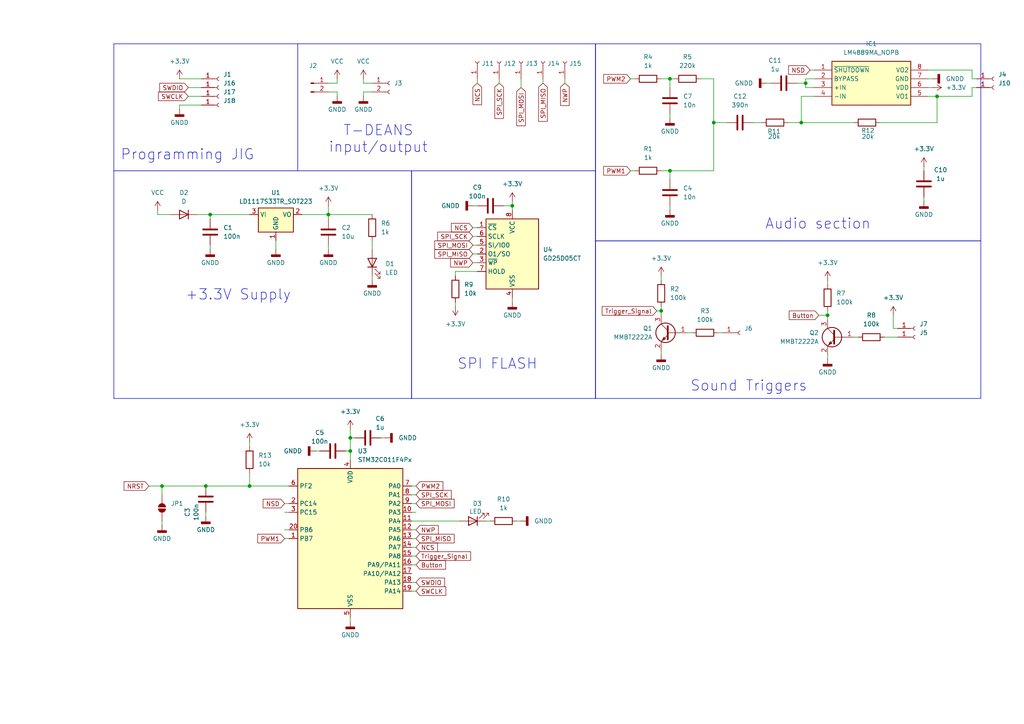
<source format=kicad_sch>
(kicad_sch (version 20250114) (generator "eeschema") (generator_version "9.0")
  (paper "A4")
  (lib_symbols
    (symbol "Connector:Conn_01x01_Socket" (pin_names (offset 1.016) (hide yes))
      (property "Reference" "J" (at 0 2.54 0))
      (property "Value" "Conn_01x01_Socket" (at 0 -2.54 0))
      (symbol "Conn_01x01_Socket_1_1"
        (polyline (pts (xy -1.27 0) (xy -0.508 0)) (stroke (width 0.1524)))
        (arc (start 0 -0.508) (mid -0.5058 0) (end 0 0.508) (stroke (width 0.1524)))
        (pin passive line (at -5.08 0 0) (length 3.81) (name "Pin_1") (number "1"))
      )
    )
    (symbol "Connector:Conn_01x02_Pin" (pin_names (offset 1.016) (hide yes))
      (property "Reference" "J" (at 0 2.54 0))
      (property "Value" "Conn_01x02_Pin" (at 0 -5.08 0))
      (symbol "Conn_01x02_Pin_1_1"
        (rectangle (start 0.8636 0.127) (end 0 -0.127) (stroke (width 0.1524)) (fill (type outline)))
        (rectangle (start 0.8636 -2.413) (end 0 -2.667) (stroke (width 0.1524)) (fill (type outline)))
        (polyline (pts (xy 1.27 0) (xy 0.8636 0)) (stroke (width 0.1524)))
        (polyline (pts (xy 1.27 -2.54) (xy 0.8636 -2.54)) (stroke (width 0.1524)))
        (pin passive line (at 5.08 0 180) (length 3.81) (name "Pin_1") (number "1"))
        (pin passive line (at 5.08 -2.54 180) (length 3.81) (name "Pin_2") (number "2"))
      )
    )
    (symbol "Connector:Conn_01x02_Socket" (pin_names (offset 1.016) (hide yes))
      (property "Reference" "J" (at 0 2.54 0))
      (property "Value" "Conn_01x02_Socket" (at 0 -5.08 0))
      (symbol "Conn_01x02_Socket_1_1"
        (polyline (pts (xy -1.27 0) (xy -0.508 0)) (stroke (width 0.1524)))
        (polyline (pts (xy -1.27 -2.54) (xy -0.508 -2.54)) (stroke (width 0.1524)))
        (arc (start 0 -0.508) (mid -0.5058 0) (end 0 0.508) (stroke (width 0.1524)))
        (arc (start 0 -3.048) (mid -0.5058 -2.54) (end 0 -2.032) (stroke (width 0.1524)))
        (pin passive line (at -5.08 0 0) (length 3.81) (name "Pin_1") (number "1"))
        (pin passive line (at -5.08 -2.54 0) (length 3.81) (name "Pin_2") (number "2"))
      )
    )
    (symbol "Device:C" (pin_numbers (hide yes)) (pin_names (offset 0.254))
      (property "Reference" "C" (at 0.635 2.54 0))
      (property "Value" "C" (at 0.635 -2.54 0))
      (symbol "C_0_1"
        (polyline (pts (xy -2.032 0.762) (xy 2.032 0.762)) (stroke (width 0.508)))
        (polyline (pts (xy -2.032 -0.762) (xy 2.032 -0.762)) (stroke (width 0.508)))
      )
      (symbol "C_1_1"
        (pin passive line (at 0 3.81 270) (length 2.794) (name "~") (number "1"))
        (pin passive line (at 0 -3.81 90) (length 2.794) (name "~") (number "2"))
      )
    )
    (symbol "Device:D" (pin_numbers (hide yes)) (pin_names (offset 1.016) (hide yes))
      (property "Reference" "D" (at 0 2.54 0))
      (property "Value" "D" (at 0 -2.54 0))
      (symbol "D_0_1"
        (polyline (pts (xy -1.27 1.27) (xy -1.27 -1.27)) (stroke (width 0.254)))
        (polyline (pts (xy 1.27 1.27) (xy 1.27 -1.27) (xy -1.27 0) (xy 1.27 1.27)) (stroke (width 0.254)))
        (polyline (pts (xy 1.27 0) (xy -1.27 0)))
      )
      (symbol "D_1_1"
        (pin passive line (at -3.81 0 0) (length 2.54) (name "K") (number "1"))
        (pin passive line (at 3.81 0 180) (length 2.54) (name "A") (number "2"))
      )
    )
    (symbol "Device:LED" (pin_numbers (hide yes)) (pin_names (offset 1.016) (hide yes))
      (property "Reference" "D" (at 0 2.54 0))
      (property "Value" "LED" (at 0 -2.54 0))
      (symbol "LED_0_1"
        (polyline (pts (xy -3.048 -0.762) (xy -4.572 -2.286) (xy -3.81 -2.286) (xy -4.572 -2.286) (xy -4.572 -1.524)))
        (polyline (pts (xy -1.778 -0.762) (xy -3.302 -2.286) (xy -2.54 -2.286) (xy -3.302 -2.286) (xy -3.302 -1.524)))
        (polyline (pts (xy -1.27 0) (xy 1.27 0)))
        (polyline (pts (xy -1.27 -1.27) (xy -1.27 1.27)) (stroke (width 0.254)))
        (polyline (pts (xy 1.27 -1.27) (xy 1.27 1.27) (xy -1.27 0) (xy 1.27 -1.27)) (stroke (width 0.254)))
      )
      (symbol "LED_1_1"
        (pin passive line (at -3.81 0 0) (length 2.54) (name "K") (number "1"))
        (pin passive line (at 3.81 0 180) (length 2.54) (name "A") (number "2"))
      )
    )
    (symbol "Device:R" (pin_numbers (hide yes)) (pin_names (offset 0))
      (property "Reference" "R" (at 2.032 0 90))
      (property "Value" "R" (at 0 0 90))
      (symbol "R_0_1"
        (rectangle (start -1.016 -2.54) (end 1.016 2.54) (stroke (width 0.254)))
      )
      (symbol "R_1_1"
        (pin passive line (at 0 3.81 270) (length 1.27) (name "~") (number "1"))
        (pin passive line (at 0 -3.81 90) (length 1.27) (name "~") (number "2"))
      )
    )
    (symbol "Jumper:SolderJumper_2_Open" (pin_numbers (hide yes)) (pin_names (offset 0) (hide yes)) (in_bom no)
      (property "Reference" "JP" (at 0 2.032 0))
      (property "Value" "SolderJumper_2_Open" (at 0 -2.54 0))
      (symbol "SolderJumper_2_Open_0_1"
        (polyline (pts (xy -0.254 1.016) (xy -0.254 -1.016)))
        (arc (start -0.254 -1.016) (mid -1.2656 0) (end -0.254 1.016))
        (arc (start -0.254 -1.016) (mid -1.2656 0) (end -0.254 1.016) (fill (type outline)))
        (arc (start 0.254 1.016) (mid 1.2656 0) (end 0.254 -1.016))
        (arc (start 0.254 1.016) (mid 1.2656 0) (end 0.254 -1.016) (fill (type outline)))
        (polyline (pts (xy 0.254 1.016) (xy 0.254 -1.016)))
      )
      (symbol "SolderJumper_2_Open_1_1"
        (pin passive line (at -3.81 0 0) (length 2.54) (name "A") (number "1"))
        (pin passive line (at 3.81 0 180) (length 2.54) (name "B") (number "2"))
      )
    )
    (symbol "LM4889MA_NOPB:LM4889MA_NOPB"
      (property "Reference" "IC" (at 29.21 7.62 0))
      (property "Value" "LM4889MA_NOPB" (at 29.21 5.08 0))
      (symbol "LM4889MA_NOPB_1_1"
        (rectangle (start 5.08 2.54) (end 27.94 -10.16) (stroke (width 0.254)) (fill (type background)))
        (pin passive line (at 0 0 0) (length 5.08) (name "~{SHUTDOWN}") (number "1"))
        (pin passive line (at 0 -2.54 0) (length 5.08) (name "BYPASS") (number "2"))
        (pin passive line (at 0 -5.08 0) (length 5.08) (name "+IN") (number "3"))
        (pin passive line (at 0 -7.62 0) (length 5.08) (name "-IN") (number "4"))
        (pin passive line (at 33.02 0 180) (length 5.08) (name "VO2") (number "8"))
        (pin passive line (at 33.02 -2.54 180) (length 5.08) (name "GND") (number "7"))
        (pin passive line (at 33.02 -5.08 180) (length 5.08) (name "VDD") (number "6"))
        (pin passive line (at 33.02 -7.62 180) (length 5.08) (name "VO1") (number "5"))
      )
    )
    (symbol "MCU_ST_STM32C0:STM32C011F4Px"
      (property "Reference" "U" (at -15.24 21.59 0))
      (property "Value" "STM32C011F4Px" (at 2.54 21.59 0))
      (symbol "STM32C011F4Px_0_1"
        (rectangle (start -15.24 -20.32) (end 15.24 20.32) (stroke (width 0.254)) (fill (type background)))
      )
      (symbol "STM32C011F4Px_1_1"
        (pin bidirectional line (at -17.78 15.24 0) (length 2.54) (name "PF2") (number "6"))
        (pin bidirectional line (at -17.78 10.16 0) (length 2.54) (name "PC14") (number "2"))
        (pin bidirectional line (at -17.78 7.62 0) (length 2.54) (name "PC15") (number "3"))
        (pin bidirectional line (at -17.78 2.54 0) (length 2.54) (name "PB6") (number "20"))
        (pin bidirectional line (at -17.78 0 0) (length 2.54) (name "PB7") (number "1"))
        (pin power_in line (at 0 22.86 270) (length 2.54) (name "VDD") (number "4"))
        (pin power_in line (at 0 -22.86 90) (length 2.54) (name "VSS") (number "5"))
        (pin bidirectional line (at 17.78 15.24 180) (length 2.54) (name "PA0") (number "7"))
        (pin bidirectional line (at 17.78 12.7 180) (length 2.54) (name "PA1") (number "8"))
        (pin bidirectional line (at 17.78 10.16 180) (length 2.54) (name "PA2") (number "9"))
        (pin bidirectional line (at 17.78 7.62 180) (length 2.54) (name "PA3") (number "10"))
        (pin bidirectional line (at 17.78 5.08 180) (length 2.54) (name "PA4") (number "11"))
        (pin bidirectional line (at 17.78 2.54 180) (length 2.54) (name "PA5") (number "12"))
        (pin bidirectional line (at 17.78 0 180) (length 2.54) (name "PA6") (number "13"))
        (pin bidirectional line (at 17.78 -2.54 180) (length 2.54) (name "PA7") (number "14"))
        (pin bidirectional line (at 17.78 -5.08 180) (length 2.54) (name "PA8") (number "15"))
        (pin bidirectional line (at 17.78 -7.62 180) (length 2.54) (name "PA9/PA11") (number "16"))
        (pin bidirectional line (at 17.78 -10.16 180) (length 2.54) (name "PA10/PA12") (number "17"))
        (pin bidirectional line (at 17.78 -12.7 180) (length 2.54) (name "PA13") (number "18"))
        (pin bidirectional line (at 17.78 -15.24 180) (length 2.54) (name "PA14") (number "19"))
      )
    )
    (symbol "Memory_Flash:GD25D05CT"
      (property "Reference" "U4" (at 8.89 1.2701 0))
      (property "Value" "GD25D05CT" (at 8.89 -1.2699 0))
      (symbol "GD25D05CT_0_1"
        (rectangle (start -7.62 10.16) (end 7.62 -10.16) (stroke (width 0.254)) (fill (type background)))
      )
      (symbol "GD25D05CT_1_1"
        (pin input line (at -10.16 7.62 0) (length 2.54) (name "~{CS}") (number "1"))
        (pin input line (at -10.16 5.08 0) (length 2.54) (name "SCLK") (number "6"))
        (pin bidirectional line (at -10.16 2.54 0) (length 2.54) (name "SI/IO0") (number "5"))
        (pin output line (at -10.16 0 0) (length 2.54) (name "O1/SO") (number "2"))
        (pin input line (at -10.16 -2.54 0) (length 2.54) (name "~{WP}") (number "3"))
        (pin input line (at -10.16 -5.08 0) (length 2.54) (name "HOLD") (number "7"))
        (pin power_in line (at 0 12.7 270) (length 2.54) (name "VCC") (number "8"))
        (pin power_in line (at 0 -12.7 90) (length 2.54) (name "VSS") (number "4"))
      )
    )
    (symbol "Regulator_Linear:LD1117S33TR_SOT223"
      (property "Reference" "U" (at -3.81 3.175 0))
      (property "Value" "LD1117S33TR_SOT223" (at 0 3.175 0))
      (symbol "LD1117S33TR_SOT223_0_1"
        (rectangle (start -5.08 -5.08) (end 5.08 1.905) (stroke (width 0.254)) (fill (type background)))
      )
      (symbol "LD1117S33TR_SOT223_1_1"
        (pin power_in line (at -7.62 0 0) (length 2.54) (name "VI") (number "3"))
        (pin power_in line (at 0 -7.62 90) (length 2.54) (name "GND") (number "1"))
        (pin power_out line (at 7.62 0 180) (length 2.54) (name "VO") (number "2"))
      )
    )
    (symbol "Transistor_BJT:MMBT2222A" (pin_names (offset 0) (hide yes))
      (property "Reference" "Q" (at 5.08 1.905 0))
      (property "Value" "MMBT2222A" (at 5.08 0 0))
      (symbol "MMBT2222A_0_1"
        (polyline (pts (xy -2.54 0) (xy 0.635 0)))
        (polyline (pts (xy 0.635 1.905) (xy 0.635 -1.905)) (stroke (width 0.508)))
        (circle (center 1.27 0) (radius 2.8194) (stroke (width 0.254)))
      )
      (symbol "MMBT2222A_1_1"
        (polyline (pts (xy 0.635 0.635) (xy 2.54 2.54)))
        (polyline (pts (xy 0.635 -0.635) (xy 2.54 -2.54)))
        (polyline (pts (xy 1.27 -1.778) (xy 1.778 -1.27) (xy 2.286 -2.286) (xy 1.27 -1.778)) (fill (type outline)))
        (pin input line (at -5.08 0 0) (length 2.54) (name "B") (number "1"))
        (pin passive line (at 2.54 5.08 270) (length 2.54) (name "C") (number "3"))
        (pin passive line (at 2.54 -5.08 90) (length 2.54) (name "E") (number "2"))
      )
    )
    (symbol "power:+3.3V" (power) (pin_numbers (hide yes)) (pin_names (offset 0) (hide yes))
      (property "Value" "+3.3V" (at 0 3.556 0))
      (symbol "+3.3V_0_1"
        (polyline (pts (xy -0.762 1.27) (xy 0 2.54)))
        (polyline (pts (xy 0 2.54) (xy 0.762 1.27)))
        (polyline (pts (xy 0 0) (xy 0 2.54)))
      )
      (symbol "+3.3V_1_1"
        (pin power_in line (at 0 0 90) (length 0) (name "~") (number "1"))
      )
    )
    (symbol "power:GNDD" (power) (pin_numbers (hide yes)) (pin_names (offset 0) (hide yes))
      (property "Value" "GNDD" (at 0 -3.175 0))
      (symbol "GNDD_0_1"
        (rectangle (start -1.27 -1.524) (end 1.27 -2.032) (stroke (width 0.254)) (fill (type outline)))
        (polyline (pts (xy 0 0) (xy 0 -1.524)))
      )
      (symbol "GNDD_1_1"
        (pin power_in line (at 0 0 270) (length 0) (name "~") (number "1"))
      )
    )
    (symbol "power:VCC" (power) (pin_numbers (hide yes)) (pin_names (offset 0) (hide yes))
      (property "Value" "VCC" (at 0 3.556 0))
      (symbol "VCC_0_1"
        (polyline (pts (xy -0.762 1.27) (xy 0 2.54)))
        (polyline (pts (xy 0 2.54) (xy 0.762 1.27)))
        (polyline (pts (xy 0 0) (xy 0 2.54)))
      )
      (symbol "VCC_1_1"
        (pin power_in line (at 0 0 90) (length 0) (name "~") (number "1"))
      )
    )
  )
  (rectangle (start 119.38 49.53) (end 172.72 115.57))
  (rectangle (start 86.36 12.7) (end 172.72 49.53))
  (rectangle (start 172.72 12.7) (end 284.48 69.85))
  (rectangle (start 172.72 69.85) (end 284.48 115.57))
  (rectangle (start 33.02 12.7) (end 86.36 49.53))
  (rectangle (start 33.02 49.53) (end 119.38 115.57))
  (text "SPI FLASH" (at 144.272 105.664 0) (effects (font (size 3 3))))
  (text "Programming JIG" (at 54.356 44.958 0) (effects (font (size 3 3))))
  (text "Audio section" (at 237.236 65.024 0) (effects (font (size 3 3))))
  (text "+3.3V Supply" (at 69.088 85.598 0) (effects (font (size 3 3))))
  (text "Sound Triggers" (at 217.17 112.014 0) (effects (font (size 3 3))))
  (text "T-DEANS\ninput/output\n" (at 109.728 40.386 0) (effects (font (size 3 3))))
  (junction (at 240.03 91.44))
  (junction (at 191.77 90.17))
  (junction (at 232.41 35.56))
  (junction (at 59.69 140.97))
  (junction (at 101.6 130.81))
  (junction (at 95.25 62.23))
  (junction (at 233.68 24.13))
  (junction (at 101.6 127))
  (junction (at 72.39 140.97))
  (junction (at 194.31 49.53))
  (junction (at 148.59 59.69))
  (junction (at 271.78 27.94))
  (junction (at 194.31 22.86))
  (junction (at 46.99 140.97))
  (junction (at 60.96 62.23))
  (junction (at 207.01 35.56))
  (wire (pts (xy 234.95 20.32) (xy 236.22 20.32)))
  (wire (pts (xy 267.97 48.26) (xy 267.97 49.53)))
  (wire (pts (xy 43.18 140.97) (xy 46.99 140.97)))
  (wire (pts (xy 45.72 62.23) (xy 49.53 62.23)))
  (wire (pts (xy 111.76 127) (xy 110.49 127)))
  (wire (pts (xy 208.28 96.52) (xy 209.55 96.52)))
  (wire (pts (xy 194.31 22.86) (xy 194.31 25.4)))
  (wire (pts (xy 101.6 130.81) (xy 101.6 133.35)))
  (wire (pts (xy 271.78 27.94) (xy 271.78 35.56)))
  (wire (pts (xy 149.86 151.13) (xy 151.13 151.13)))
  (wire (pts (xy 119.38 146.05) (xy 120.65 146.05)))
  (wire (pts (xy 101.6 179.07) (xy 101.6 180.34)))
  (wire (pts (xy 191.77 101.6) (xy 191.77 102.87)))
  (wire (pts (xy 232.41 27.94) (xy 232.41 35.56)))
  (wire (pts (xy 60.96 71.12) (xy 60.96 72.39)))
  (wire (pts (xy 97.79 26.67) (xy 97.79 27.94)))
  (wire (pts (xy 240.03 90.17) (xy 240.03 91.44)))
  (wire (pts (xy 132.08 87.63) (xy 132.08 88.9)))
  (wire (pts (xy 54.61 25.4) (xy 58.42 25.4)))
  (wire (pts (xy 203.2 22.86) (xy 207.01 22.86)))
  (wire (pts (xy 95.25 59.69) (xy 95.25 62.23)))
  (wire (pts (xy 194.31 33.02) (xy 194.31 34.29)))
  (wire (pts (xy 105.41 24.13) (xy 107.95 24.13)))
  (wire (pts (xy 137.16 68.58) (xy 138.43 68.58)))
  (wire (pts (xy 95.25 62.23) (xy 95.25 63.5)))
  (wire (pts (xy 182.88 49.53) (xy 184.15 49.53)))
  (wire (pts (xy 269.24 22.86) (xy 270.51 22.86)))
  (wire (pts (xy 259.08 91.44) (xy 259.08 95.25)))
  (wire (pts (xy 228.6 35.56) (xy 232.41 35.56)))
  (wire (pts (xy 194.31 49.53) (xy 194.31 52.07)))
  (wire (pts (xy 46.99 140.97) (xy 46.99 143.51)))
  (wire (pts (xy 52.07 22.86) (xy 58.42 22.86)))
  (wire (pts (xy 146.05 59.69) (xy 148.59 59.69)))
  (wire (pts (xy 240.03 102.87) (xy 240.03 104.14)))
  (wire (pts (xy 59.69 148.59) (xy 59.69 149.86)))
  (wire (pts (xy 102.87 127) (xy 101.6 127)))
  (wire (pts (xy 148.59 58.42) (xy 148.59 59.69)))
  (wire (pts (xy 247.65 97.79) (xy 248.92 97.79)))
  (wire (pts (xy 233.68 22.86) (xy 236.22 22.86)))
  (wire (pts (xy 267.97 57.15) (xy 267.97 58.42)))
  (wire (pts (xy 271.78 27.94) (xy 281.94 27.94)))
  (wire (pts (xy 232.41 35.56) (xy 247.65 35.56)))
  (wire (pts (xy 231.14 24.13) (xy 233.68 24.13)))
  (wire (pts (xy 233.68 25.4) (xy 233.68 24.13)))
  (wire (pts (xy 222.25 24.13) (xy 223.52 24.13)))
  (wire (pts (xy 269.24 20.32) (xy 281.94 20.32)))
  (wire (pts (xy 59.69 140.97) (xy 72.39 140.97)))
  (wire (pts (xy 101.6 127) (xy 101.6 130.81)))
  (wire (pts (xy 60.96 63.5) (xy 60.96 62.23)))
  (wire (pts (xy 72.39 128.27) (xy 72.39 129.54)))
  (wire (pts (xy 194.31 22.86) (xy 195.58 22.86)))
  (wire (pts (xy 148.59 59.69) (xy 148.59 60.96)))
  (wire (pts (xy 105.41 26.67) (xy 105.41 27.94)))
  (wire (pts (xy 194.31 22.86) (xy 191.77 22.86)))
  (wire (pts (xy 45.72 60.96) (xy 45.72 62.23)))
  (wire (pts (xy 151.13 22.86) (xy 151.13 25.4)))
  (wire (pts (xy 119.38 161.29) (xy 120.65 161.29)))
  (wire (pts (xy 107.95 69.85) (xy 107.95 72.39)))
  (wire (pts (xy 137.16 59.69) (xy 138.43 59.69)))
  (wire (pts (xy 132.08 80.01) (xy 132.08 78.74)))
  (wire (pts (xy 259.08 95.25) (xy 260.35 95.25)))
  (wire (pts (xy 119.38 156.21) (xy 120.65 156.21)))
  (wire (pts (xy 256.54 97.79) (xy 260.35 97.79)))
  (wire (pts (xy 95.25 71.12) (xy 95.25 72.39)))
  (wire (pts (xy 140.97 151.13) (xy 142.24 151.13)))
  (wire (pts (xy 82.55 153.67) (xy 83.82 153.67)))
  (wire (pts (xy 107.95 26.67) (xy 105.41 26.67)))
  (wire (pts (xy 72.39 140.97) (xy 83.82 140.97)))
  (wire (pts (xy 255.27 35.56) (xy 271.78 35.56)))
  (wire (pts (xy 148.59 86.36) (xy 148.59 87.63)))
  (wire (pts (xy 52.07 30.48) (xy 58.42 30.48)))
  (wire (pts (xy 232.41 27.94) (xy 236.22 27.94)))
  (wire (pts (xy 236.22 25.4) (xy 233.68 25.4)))
  (wire (pts (xy 199.39 96.52) (xy 200.66 96.52)))
  (wire (pts (xy 119.38 168.91) (xy 120.65 168.91)))
  (wire (pts (xy 119.38 151.13) (xy 133.35 151.13)))
  (wire (pts (xy 269.24 27.94) (xy 271.78 27.94)))
  (wire (pts (xy 119.38 153.67) (xy 120.65 153.67)))
  (wire (pts (xy 105.41 22.86) (xy 105.41 24.13)))
  (wire (pts (xy 46.99 140.97) (xy 59.69 140.97)))
  (wire (pts (xy 194.31 49.53) (xy 207.01 49.53)))
  (wire (pts (xy 281.94 22.86) (xy 281.94 20.32)))
  (wire (pts (xy 60.96 62.23) (xy 72.39 62.23)))
  (wire (pts (xy 163.83 22.86) (xy 163.83 24.13)))
  (wire (pts (xy 138.43 22.86) (xy 138.43 24.13)))
  (wire (pts (xy 82.55 156.21) (xy 83.82 156.21)))
  (wire (pts (xy 281.94 25.4) (xy 283.21 25.4)))
  (wire (pts (xy 137.16 71.12) (xy 138.43 71.12)))
  (wire (pts (xy 237.49 91.44) (xy 240.03 91.44)))
  (wire (pts (xy 97.79 24.13) (xy 97.79 22.86)))
  (wire (pts (xy 207.01 22.86) (xy 207.01 35.56)))
  (wire (pts (xy 283.21 22.86) (xy 281.94 22.86)))
  (wire (pts (xy 191.77 90.17) (xy 191.77 91.44)))
  (wire (pts (xy 240.03 81.28) (xy 240.03 82.55)))
  (wire (pts (xy 281.94 27.94) (xy 281.94 25.4)))
  (wire (pts (xy 157.48 22.86) (xy 157.48 24.13)))
  (wire (pts (xy 100.33 130.81) (xy 101.6 130.81)))
  (wire (pts (xy 233.68 24.13) (xy 233.68 22.86)))
  (wire (pts (xy 137.16 76.2) (xy 138.43 76.2)))
  (wire (pts (xy 218.44 35.56) (xy 220.98 35.56)))
  (wire (pts (xy 207.01 35.56) (xy 210.82 35.56)))
  (wire (pts (xy 137.16 73.66) (xy 138.43 73.66)))
  (wire (pts (xy 72.39 137.16) (xy 72.39 140.97)))
  (wire (pts (xy 120.65 143.51) (xy 119.38 143.51)))
  (wire (pts (xy 119.38 171.45) (xy 120.65 171.45)))
  (wire (pts (xy 57.15 62.23) (xy 60.96 62.23)))
  (wire (pts (xy 190.5 90.17) (xy 191.77 90.17)))
  (wire (pts (xy 101.6 124.46) (xy 101.6 127)))
  (wire (pts (xy 191.77 88.9) (xy 191.77 90.17)))
  (wire (pts (xy 82.55 146.05) (xy 83.82 146.05)))
  (wire (pts (xy 207.01 49.53) (xy 207.01 35.56)))
  (wire (pts (xy 107.95 80.01) (xy 107.95 81.28)))
  (wire (pts (xy 240.03 91.44) (xy 240.03 92.71)))
  (wire (pts (xy 144.78 22.86) (xy 144.78 24.13)))
  (wire (pts (xy 191.77 80.01) (xy 191.77 81.28)))
  (wire (pts (xy 182.88 22.86) (xy 184.15 22.86)))
  (wire (pts (xy 46.99 152.4) (xy 46.99 151.13)))
  (wire (pts (xy 82.55 148.59) (xy 83.82 148.59)))
  (wire (pts (xy 194.31 59.69) (xy 194.31 60.96)))
  (wire (pts (xy 119.38 140.97) (xy 120.65 140.97)))
  (wire (pts (xy 137.16 66.04) (xy 138.43 66.04)))
  (wire (pts (xy 119.38 148.59) (xy 120.65 148.59)))
  (wire (pts (xy 95.25 26.67) (xy 97.79 26.67)))
  (wire (pts (xy 91.44 130.81) (xy 92.71 130.81)))
  (wire (pts (xy 194.31 49.53) (xy 191.77 49.53)))
  (wire (pts (xy 95.25 24.13) (xy 97.79 24.13)))
  (wire (pts (xy 52.07 31.75) (xy 52.07 30.48)))
  (wire (pts (xy 95.25 62.23) (xy 107.95 62.23)))
  (wire (pts (xy 119.38 158.75) (xy 120.65 158.75)))
  (wire (pts (xy 132.08 78.74) (xy 138.43 78.74)))
  (wire (pts (xy 87.63 62.23) (xy 95.25 62.23)))
  (wire (pts (xy 119.38 163.83) (xy 120.65 163.83)))
  (wire (pts (xy 269.24 25.4) (xy 270.51 25.4)))
  (wire (pts (xy 80.01 69.85) (xy 80.01 72.39)))
  (wire (pts (xy 54.61 27.94) (xy 58.42 27.94)))
  (global_label "NCS" (shape input) (at 138.43 24.13 270) (property "Intersheetrefs" "${INTERSHEET_REFS}" (effects (hide yes))))
  (global_label "Trigger_Signal" (shape input) (at 120.65 161.29 0) (property "Intersheetrefs" "${INTERSHEET_REFS}" (effects (hide yes))))
  (global_label "SPI_MOSI" (shape input) (at 137.16 71.12 180) (property "Intersheetrefs" "${INTERSHEET_REFS}" (effects (hide yes))))
  (global_label "NWP" (shape input) (at 163.83 24.13 270) (property "Intersheetrefs" "${INTERSHEET_REFS}" (effects (hide yes))))
  (global_label "NWP" (shape input) (at 137.16 76.2 180) (property "Intersheetrefs" "${INTERSHEET_REFS}" (effects (hide yes))))
  (global_label "PWM1" (shape input) (at 82.55 156.21 180) (property "Intersheetrefs" "${INTERSHEET_REFS}" (effects (hide yes))))
  (global_label "Button" (shape input) (at 120.65 163.83 0) (property "Intersheetrefs" "${INTERSHEET_REFS}" (effects (hide yes))))
  (global_label "SPI_MOSI" (shape input) (at 151.13 25.4 270) (property "Intersheetrefs" "${INTERSHEET_REFS}" (effects (hide yes))))
  (global_label "SWDIO" (shape input) (at 120.65 168.91 0) (property "Intersheetrefs" "${INTERSHEET_REFS}" (effects (hide yes))))
  (global_label "SPI_MOSI" (shape input) (at 120.65 146.05 0) (property "Intersheetrefs" "${INTERSHEET_REFS}" (effects (hide yes))))
  (global_label "PWM2" (shape input) (at 182.88 22.86 180) (property "Intersheetrefs" "${INTERSHEET_REFS}" (effects (hide yes))))
  (global_label "Trigger_Signal" (shape input) (at 190.5 90.17 180) (property "Intersheetrefs" "${INTERSHEET_REFS}" (effects (hide yes))))
  (global_label "SPI_MISO" (shape input) (at 137.16 73.66 180) (property "Intersheetrefs" "${INTERSHEET_REFS}" (effects (hide yes))))
  (global_label "Button" (shape input) (at 237.49 91.44 180) (property "Intersheetrefs" "${INTERSHEET_REFS}" (effects (hide yes))))
  (global_label "SPI_SCK" (shape input) (at 144.78 24.13 270) (property "Intersheetrefs" "${INTERSHEET_REFS}" (effects (hide yes))))
  (global_label "NSD" (shape input) (at 234.95 20.32 180) (property "Intersheetrefs" "${INTERSHEET_REFS}" (effects (hide yes))))
  (global_label "SWCLK" (shape input) (at 120.65 171.45 0) (property "Intersheetrefs" "${INTERSHEET_REFS}" (effects (hide yes))))
  (global_label "NSD" (shape input) (at 82.55 146.05 180) (property "Intersheetrefs" "${INTERSHEET_REFS}" (effects (hide yes))))
  (global_label "SPI_MISO" (shape input) (at 157.48 24.13 270) (property "Intersheetrefs" "${INTERSHEET_REFS}" (effects (hide yes))))
  (global_label "NCS" (shape input) (at 137.16 66.04 180) (property "Intersheetrefs" "${INTERSHEET_REFS}" (effects (hide yes))))
  (global_label "NWP" (shape input) (at 120.65 153.67 0) (property "Intersheetrefs" "${INTERSHEET_REFS}" (effects (hide yes))))
  (global_label "NCS" (shape input) (at 120.65 158.75 0) (property "Intersheetrefs" "${INTERSHEET_REFS}" (effects (hide yes))))
  (global_label "SPI_SCK" (shape input) (at 137.16 68.58 180) (property "Intersheetrefs" "${INTERSHEET_REFS}" (effects (hide yes))))
  (global_label "SWCLK" (shape input) (at 54.61 27.94 180) (property "Intersheetrefs" "${INTERSHEET_REFS}" (effects (hide yes))))
  (global_label "NRST" (shape input) (at 43.18 140.97 180) (property "Intersheetrefs" "${INTERSHEET_REFS}" (effects (hide yes))))
  (global_label "SWDIO" (shape input) (at 54.61 25.4 180) (property "Intersheetrefs" "${INTERSHEET_REFS}" (effects (hide yes))))
  (global_label "SPI_MISO" (shape input) (at 120.65 156.21 0) (property "Intersheetrefs" "${INTERSHEET_REFS}" (effects (hide yes))))
  (global_label "PWM1" (shape input) (at 182.88 49.53 180) (property "Intersheetrefs" "${INTERSHEET_REFS}" (effects (hide yes))))
  (global_label "PWM2" (shape input) (at 120.65 140.97 0) (property "Intersheetrefs" "${INTERSHEET_REFS}" (effects (hide yes))))
  (global_label "SPI_SCK" (shape input) (at 120.65 143.51 0) (property "Intersheetrefs" "${INTERSHEET_REFS}" (effects (hide yes))))
  (symbol (lib_id "Device:C") (at 95.25 67.31 0) (unit 1)
    (property "Reference" "C2" (at 99.06 66.0399 0) (effects (justify left)))
    (property "Value" "10u" (at 99.06 68.5799 0) (effects (justify left)))
    (property "Footprint" "Capacitor_SMD:C_0805_2012Metric_Pad1.18x1.45mm_HandSolder" (effects (hide yes)))
    (property "Description" "Unpolarized capacitor" (effects (hide yes)))
  )
  (symbol (lib_id "power:GNDD") (at 80.01 72.39 0) (unit 1)
    (property "Reference" "#PWR04" (effects (hide yes)))
    (property "Value" "GNDD" (at 80.01 76.2 0))
    (property "Description" "Power symbol creates a global label with name \"GNDD\" , digital ground" (effects (hide yes)))
  )
  (symbol (lib_id "power:+3.3V") (at 52.07 22.86 0) (unit 1)
    (property "Reference" "#PWR023" (effects (hide yes)))
    (property "Value" "+3.3V" (at 52.07 17.78 0))
    (property "Description" "Power symbol creates a global label with name \"+3.3V\"" (effects (hide yes)))
  )
  (symbol (lib_id "Device:C") (at 96.52 130.81 90) (unit 1)
    (property "Reference" "C5" (at 92.71 125.476 90))
    (property "Value" "100n" (at 92.71 128.016 90))
    (property "Footprint" "Capacitor_SMD:C_0805_2012Metric_Pad1.18x1.45mm_HandSolder" (effects (hide yes)))
    (property "Description" "Unpolarized capacitor" (effects (hide yes)))
  )
  (symbol (lib_id "Device:C") (at 59.69 144.78 180) (unit 1)
    (property "Reference" "C3" (at 54.356 148.59 90))
    (property "Value" "100n" (at 56.896 148.59 90))
    (property "Footprint" "Capacitor_SMD:C_0805_2012Metric_Pad1.18x1.45mm_HandSolder" (effects (hide yes)))
    (property "Description" "Unpolarized capacitor" (effects (hide yes)))
  )
  (symbol (lib_id "power:GNDD") (at 60.96 72.39 0) (unit 1)
    (property "Reference" "#PWR02" (effects (hide yes)))
    (property "Value" "GNDD" (at 60.96 76.2 0))
    (property "Description" "Power symbol creates a global label with name \"GNDD\" , digital ground" (effects (hide yes)))
  )
  (symbol (lib_id "power:GNDD") (at 137.16 59.69 270) (unit 1)
    (property "Reference" "#PWR029" (effects (hide yes)))
    (property "Value" "GNDD" (at 133.35 59.6899 90) (effects (justify right)))
    (property "Description" "Power symbol creates a global label with name \"GNDD\" , digital ground" (effects (hide yes)))
  )
  (symbol (lib_id "Device:R") (at 72.39 133.35 180) (unit 1)
    (property "Reference" "R13" (at 74.93 132.0799 0) (effects (justify right)))
    (property "Value" "10k" (at 74.93 134.6199 0) (effects (justify right)))
    (property "Footprint" "Resistor_SMD:R_0805_2012Metric_Pad1.20x1.40mm_HandSolder" (effects (hide yes)))
    (property "Description" "Resistor" (effects (hide yes)))
  )
  (symbol (lib_id "Connector:Conn_01x01_Socket") (at 288.29 22.86 0) (unit 1)
    (property "Reference" "J4" (at 289.56 21.5899 0) (effects (justify left)))
    (property "Value" "Conn_01x01_Socket" (effects (hide yes)))
    (property "Footprint" "Connector_Wire:SolderWirePad_1x01_SMD_2x4mm" (effects (hide yes)))
    (property "Description" "Generic connector, single row, 01x01, script generated" (effects (hide yes)))
  )
  (symbol (lib_id "power:GNDD") (at 95.25 72.39 0) (unit 1)
    (property "Reference" "#PWR03" (effects (hide yes)))
    (property "Value" "GNDD" (at 95.25 76.2 0))
    (property "Description" "Power symbol creates a global label with name \"GNDD\" , digital ground" (effects (hide yes)))
  )
  (symbol (lib_id "Connector:Conn_01x01_Socket") (at 151.13 17.78 90) (unit 1)
    (property "Reference" "J13" (at 152.4 18.4149 90) (effects (justify right)))
    (property "Value" "Conn_01x01_Socket" (effects (hide yes)))
    (property "Footprint" "Connector_Wire:SolderWirePad_1x01_SMD_1x2mm" (effects (hide yes)))
    (property "Description" "Generic connector, single row, 01x01, script generated" (effects (hide yes)))
  )
  (symbol (lib_id "Regulator_Linear:LD1117S33TR_SOT223") (at 80.01 62.23 0) (unit 1)
    (property "Reference" "U1" (at 80.01 55.88 0))
    (property "Value" "LD1117S33TR_SOT223" (at 80.01 58.42 0))
    (property "Footprint" "Package_TO_SOT_SMD:SOT-223-3_TabPin2" (effects (hide yes)))
    (property "Datasheet" "http://www.st.com/st-web-ui/static/active/en/resource/technical/document/datasheet/CD00000544.pdf" (effects (hide yes)))
    (property "Description" "800mA Fixed Low Drop Positive Voltage Regulator, Fixed Output 3.3V, SOT-223" (effects (hide yes)))
  )
  (symbol (lib_id "Device:C") (at 267.97 53.34 180) (unit 1)
    (property "Reference" "C10" (at 272.796 49.276 0))
    (property "Value" "1u" (at 272.796 51.816 0))
    (property "Footprint" "Capacitor_SMD:C_0805_2012Metric_Pad1.18x1.45mm_HandSolder" (effects (hide yes)))
    (property "Description" "Unpolarized capacitor" (effects (hide yes)))
  )
  (symbol (lib_id "power:GNDD") (at 270.51 22.86 90) (unit 1)
    (property "Reference" "#PWR036" (effects (hide yes)))
    (property "Value" "GNDD" (at 274.32 22.8599 90) (effects (justify right)))
    (property "Description" "Power symbol creates a global label with name \"GNDD\" , digital ground" (effects (hide yes)))
  )
  (symbol (lib_id "Device:LED") (at 137.16 151.13 180) (unit 1)
    (property "Reference" "D3" (at 138.43 146.05 0))
    (property "Value" "LED" (at 137.922 148.336 0))
    (property "Footprint" "LED_SMD:LED_0805_2012Metric_Pad1.15x1.40mm_HandSolder" (effects (hide yes)))
    (property "Description" "Light emitting diode" (effects (hide yes)))
    (property "Sim.Pins" "1=K 2=A" (effects (hide yes)))
  )
  (symbol (lib_id "Transistor_BJT:MMBT2222A") (at 242.57 97.79 0) (mirror y) (unit 1)
    (property "Reference" "Q2" (at 237.49 96.5199 0) (effects (justify left)))
    (property "Value" "MMBT2222A" (at 237.49 99.0599 0) (effects (justify left)))
    (property "Footprint" "Package_TO_SOT_SMD:SOT-23" (effects (hide yes)))
    (property "Datasheet" "https://assets.nexperia.com/documents/data-sheet/MMBT2222A.pdf" (effects (hide yes)))
    (property "Description" "600mA Ic, 40V Vce, NPN Transistor, SOT-23" (effects (hide yes)))
  )
  (symbol (lib_id "Device:R") (at 252.73 97.79 90) (unit 1)
    (property "Reference" "R8" (at 252.73 91.44 90))
    (property "Value" "100k" (at 252.73 93.98 90))
    (property "Footprint" "Resistor_SMD:R_0805_2012Metric_Pad1.20x1.40mm_HandSolder" (effects (hide yes)))
    (property "Description" "Resistor" (effects (hide yes)))
  )
  (symbol (lib_id "LM4889MA_NOPB:LM4889MA_NOPB") (at 236.22 20.32 0) (unit 1)
    (property "Reference" "IC1" (at 252.73 12.7 0))
    (property "Value" "LM4889MA_NOPB" (at 252.73 15.24 0))
    (property "Footprint" "SOIC127P600X175-8N:SOIC127P600X175-8N" (effects (hide yes)))
    (property "Datasheet" "http://www.ti.com/lit/ds/symlink/lm4889.pdf" (effects (hide yes)))
    (property "Description" "1W AUDIO POWER AMP, LM4889MA" (effects (hide yes)))
    (property "Height" "1.75" (effects (hide yes)))
    (property "Manufacturer_Name" "Texas Instruments" (effects (hide yes)))
    (property "Manufacturer_Part_Number" "LM4889MA/NOPB" (effects (hide yes)))
  )
  (symbol (lib_id "Device:R") (at 204.47 96.52 90) (unit 1)
    (property "Reference" "R3" (at 204.47 90.17 90))
    (property "Value" "100k" (at 204.47 92.71 90))
    (property "Footprint" "Resistor_SMD:R_0805_2012Metric_Pad1.20x1.40mm_HandSolder" (effects (hide yes)))
    (property "Description" "Resistor" (effects (hide yes)))
  )
  (symbol (lib_id "power:+3.3V") (at 270.51 25.4 270) (unit 1)
    (property "Reference" "#PWR035" (effects (hide yes)))
    (property "Value" "+3.3V" (at 274.32 25.3999 90) (effects (justify left)))
    (property "Description" "Power symbol creates a global label with name \"+3.3V\"" (effects (hide yes)))
  )
  (symbol (lib_id "power:GNDD") (at 111.76 127 90) (unit 1)
    (property "Reference" "#PWR019" (effects (hide yes)))
    (property "Value" "GNDD" (at 115.57 126.9999 90) (effects (justify right)))
    (property "Description" "Power symbol creates a global label with name \"GNDD\" , digital ground" (effects (hide yes)))
  )
  (symbol (lib_id "Device:R") (at 187.96 22.86 90) (unit 1)
    (property "Reference" "R4" (at 187.96 16.51 90))
    (property "Value" "1k" (at 187.96 19.05 90))
    (property "Footprint" "Resistor_SMD:R_0805_2012Metric_Pad1.20x1.40mm_HandSolder" (effects (hide yes)))
    (property "Description" "Resistor" (effects (hide yes)))
  )
  (symbol (lib_id "Device:R") (at 199.39 22.86 90) (unit 1)
    (property "Reference" "R5" (at 199.39 16.51 90))
    (property "Value" "220k" (at 199.39 19.05 90))
    (property "Footprint" "Resistor_SMD:R_0805_2012Metric_Pad1.20x1.40mm_HandSolder" (effects (hide yes)))
    (property "Description" "Resistor" (effects (hide yes)))
  )
  (symbol (lib_id "Connector:Conn_01x01_Socket") (at 157.48 17.78 90) (unit 1)
    (property "Reference" "J14" (at 158.75 18.4149 90) (effects (justify right)))
    (property "Value" "Conn_01x01_Socket" (effects (hide yes)))
    (property "Footprint" "Connector_Wire:SolderWirePad_1x01_SMD_1x2mm" (effects (hide yes)))
    (property "Description" "Generic connector, single row, 01x01, script generated" (effects (hide yes)))
  )
  (symbol (lib_id "power:GNDD") (at 97.79 27.94 0) (unit 1)
    (property "Reference" "#PWR013" (effects (hide yes)))
    (property "Value" "GNDD" (at 97.79 31.75 0))
    (property "Description" "Power symbol creates a global label with name \"GNDD\" , digital ground" (effects (hide yes)))
  )
  (symbol (lib_id "power:GNDD") (at 59.69 149.86 0) (unit 1)
    (property "Reference" "#PWR05" (effects (hide yes)))
    (property "Value" "GNDD" (at 59.69 153.67 0))
    (property "Description" "Power symbol creates a global label with name \"GNDD\" , digital ground" (effects (hide yes)))
  )
  (symbol (lib_id "power:VCC") (at 105.41 22.86 0) (unit 1)
    (property "Reference" "#PWR012" (effects (hide yes)))
    (property "Value" "VCC" (at 105.41 17.78 0))
    (property "Description" "Power symbol creates a global label with name \"VCC\"" (effects (hide yes)))
  )
  (symbol (lib_id "power:GNDD") (at 191.77 102.87 0) (unit 1)
    (property "Reference" "#PWR016" (effects (hide yes)))
    (property "Value" "GNDD" (at 191.77 106.68 0))
    (property "Description" "Power symbol creates a global label with name \"GNDD\" , digital ground" (effects (hide yes)))
  )
  (symbol (lib_id "power:GNDD") (at 222.25 24.13 270) (unit 1)
    (property "Reference" "#PWR037" (effects (hide yes)))
    (property "Value" "GNDD" (at 218.44 24.1299 90) (effects (justify right)))
    (property "Description" "Power symbol creates a global label with name \"GNDD\" , digital ground" (effects (hide yes)))
  )
  (symbol (lib_id "power:+3.3V") (at 240.03 81.28 0) (unit 1)
    (property "Reference" "#PWR026" (effects (hide yes)))
    (property "Value" "+3.3V" (at 240.03 76.2 0))
    (property "Description" "Power symbol creates a global label with name \"+3.3V\"" (effects (hide yes)))
  )
  (symbol (lib_id "Device:D") (at 53.34 62.23 180) (unit 1)
    (property "Reference" "D2" (at 53.34 55.88 0))
    (property "Value" "D" (at 53.34 58.42 0))
    (property "Footprint" "Diode_SMD:D_SMA" (effects (hide yes)))
    (property "Description" "Diode" (effects (hide yes)))
    (property "Sim.Device" "D" (effects (hide yes)))
    (property "Sim.Pins" "1=K 2=A" (effects (hide yes)))
  )
  (symbol (lib_id "Device:R") (at 251.46 35.56 90) (unit 1)
    (property "Reference" "R12" (at 251.714 37.846 90))
    (property "Value" "20k" (at 251.714 39.624 90))
    (property "Footprint" "Resistor_SMD:R_0805_2012Metric_Pad1.20x1.40mm_HandSolder" (effects (hide yes)))
    (property "Description" "Resistor" (effects (hide yes)))
  )
  (symbol (lib_id "Connector:Conn_01x01_Socket") (at 63.5 27.94 0) (unit 1)
    (property "Reference" "J17" (at 64.77 26.6699 0) (effects (justify left)))
    (property "Value" "Conn_01x01_Socket" (effects (hide yes)))
    (property "Footprint" "Connector_Wire:SolderWirePad_1x01_SMD_1x2mm" (effects (hide yes)))
    (property "Description" "Generic connector, single row, 01x01, script generated" (effects (hide yes)))
  )
  (symbol (lib_id "Device:R") (at 191.77 85.09 180) (unit 1)
    (property "Reference" "R2" (at 194.31 83.8199 0) (effects (justify right)))
    (property "Value" "100k" (at 194.31 86.3599 0) (effects (justify right)))
    (property "Footprint" "Resistor_SMD:R_0805_2012Metric_Pad1.20x1.40mm_HandSolder" (effects (hide yes)))
    (property "Description" "Resistor" (effects (hide yes)))
  )
  (symbol (lib_id "power:+3.3V") (at 95.25 59.69 0) (unit 1)
    (property "Reference" "#PWR01" (effects (hide yes)))
    (property "Value" "+3.3V" (at 95.25 54.61 0))
    (property "Description" "Power symbol creates a global label with name \"+3.3V\"" (effects (hide yes)))
  )
  (symbol (lib_id "power:GNDD") (at 52.07 31.75 0) (unit 1)
    (property "Reference" "#PWR024" (effects (hide yes)))
    (property "Value" "GNDD" (at 52.07 35.56 0))
    (property "Description" "Power symbol creates a global label with name \"GNDD\" , digital ground" (effects (hide yes)))
  )
  (symbol (lib_id "power:GNDD") (at 194.31 60.96 0) (unit 1)
    (property "Reference" "#PWR09" (effects (hide yes)))
    (property "Value" "GNDD" (at 194.31 64.77 0))
    (property "Description" "Power symbol creates a global label with name \"GNDD\" , digital ground" (effects (hide yes)))
  )
  (symbol (lib_id "power:+3.3V") (at 132.08 88.9 180) (unit 1)
    (property "Reference" "#PWR031" (effects (hide yes)))
    (property "Value" "+3.3V" (at 132.08 93.98 0))
    (property "Description" "Power symbol creates a global label with name \"+3.3V\"" (effects (hide yes)))
  )
  (symbol (lib_id "Device:C") (at 60.96 67.31 0) (unit 1)
    (property "Reference" "C1" (at 64.77 66.0399 0) (effects (justify left)))
    (property "Value" "100n" (at 64.77 68.5799 0) (effects (justify left)))
    (property "Footprint" "Capacitor_SMD:C_0805_2012Metric_Pad1.18x1.45mm_HandSolder" (effects (hide yes)))
    (property "Description" "Unpolarized capacitor" (effects (hide yes)))
  )
  (symbol (lib_id "Device:C") (at 194.31 29.21 0) (unit 1)
    (property "Reference" "C7" (at 198.12 27.9399 0) (effects (justify left)))
    (property "Value" "10n" (at 198.12 30.4799 0) (effects (justify left)))
    (property "Footprint" "Capacitor_SMD:C_0805_2012Metric_Pad1.18x1.45mm_HandSolder" (effects (hide yes)))
    (property "Description" "Unpolarized capacitor" (effects (hide yes)))
  )
  (symbol (lib_id "Device:C") (at 214.63 35.56 90) (unit 1)
    (property "Reference" "C12" (at 214.63 27.94 90))
    (property "Value" "390n" (at 214.63 30.48 90))
    (property "Footprint" "Capacitor_SMD:C_0805_2012Metric_Pad1.18x1.45mm_HandSolder" (effects (hide yes)))
    (property "Description" "Unpolarized capacitor" (effects (hide yes)))
  )
  (symbol (lib_id "Device:C") (at 142.24 59.69 90) (unit 1)
    (property "Reference" "C9" (at 138.43 54.356 90))
    (property "Value" "100n" (at 138.43 56.896 90))
    (property "Footprint" "Capacitor_SMD:C_0805_2012Metric_Pad1.18x1.45mm_HandSolder" (effects (hide yes)))
    (property "Description" "Unpolarized capacitor" (effects (hide yes)))
  )
  (symbol (lib_id "Device:R") (at 146.05 151.13 270) (unit 1)
    (property "Reference" "R10" (at 146.05 144.78 90))
    (property "Value" "1k" (at 146.05 147.32 90))
    (property "Footprint" "Resistor_SMD:R_0805_2012Metric_Pad1.20x1.40mm_HandSolder" (effects (hide yes)))
    (property "Description" "Resistor" (effects (hide yes)))
  )
  (symbol (lib_id "Device:R") (at 132.08 83.82 180) (unit 1)
    (property "Reference" "R9" (at 134.62 82.5499 0) (effects (justify right)))
    (property "Value" "10k" (at 134.62 85.0899 0) (effects (justify right)))
    (property "Footprint" "Resistor_SMD:R_0805_2012Metric_Pad1.20x1.40mm_HandSolder" (effects (hide yes)))
    (property "Description" "Resistor" (effects (hide yes)))
  )
  (symbol (lib_id "power:GNDD") (at 267.97 58.42 0) (unit 1)
    (property "Reference" "#PWR034" (effects (hide yes)))
    (property "Value" "GNDD" (at 267.97 62.23 0))
    (property "Description" "Power symbol creates a global label with name \"GNDD\" , digital ground" (effects (hide yes)))
  )
  (symbol (lib_id "power:GNDD") (at 91.44 130.81 270) (unit 1)
    (property "Reference" "#PWR018" (effects (hide yes)))
    (property "Value" "GNDD" (at 87.63 130.8099 90) (effects (justify right)))
    (property "Description" "Power symbol creates a global label with name \"GNDD\" , digital ground" (effects (hide yes)))
  )
  (symbol (lib_id "Device:C") (at 194.31 55.88 0) (unit 1)
    (property "Reference" "C4" (at 198.12 54.6099 0) (effects (justify left)))
    (property "Value" "10n" (at 198.12 57.1499 0) (effects (justify left)))
    (property "Footprint" "Capacitor_SMD:C_0805_2012Metric_Pad1.18x1.45mm_HandSolder" (effects (hide yes)))
    (property "Description" "Unpolarized capacitor" (effects (hide yes)))
  )
  (symbol (lib_id "Connector:Conn_01x02_Pin") (at 90.17 24.13 0) (unit 1)
    (property "Reference" "J2" (at 90.805 19.05 0))
    (property "Value" "Conn_01x02_Pin" (effects (hide yes)))
    (property "Footprint" "T_DEANS:T_DEANS_MALE_1" (effects (hide yes)))
    (property "Description" "Generic connector, single row, 01x02, script generated" (effects (hide yes)))
  )
  (symbol (lib_id "power:+3.3V") (at 191.77 80.01 0) (unit 1)
    (property "Reference" "#PWR015" (effects (hide yes)))
    (property "Value" "+3.3V" (at 191.77 74.93 0))
    (property "Description" "Power symbol creates a global label with name \"+3.3V\"" (effects (hide yes)))
  )
  (symbol (lib_id "power:VCC") (at 97.79 22.86 0) (unit 1)
    (property "Reference" "#PWR011" (effects (hide yes)))
    (property "Value" "VCC" (at 97.79 17.78 0))
    (property "Description" "Power symbol creates a global label with name \"VCC\"" (effects (hide yes)))
  )
  (symbol (lib_id "Memory_Flash:GD25D05CT") (at 148.59 73.66 0) (unit 1)
    (property "Reference" "U4" (at 157.48 72.3899 0) (effects (justify left)))
    (property "Value" "GD25D05CT" (at 157.48 74.9299 0) (effects (justify left)))
    (property "Footprint" "Package_SO:JEITA_SOIC-8_3.9x4.9mm_P1.27mm" (effects (hide yes)))
    (property "Datasheet" "http://www.elm-tech.com/en/products/spi-flash-memory/gd25d10/gd25d10.pdf" (effects (hide yes)))
    (property "Description" "512kbit, 3.0V Standard and Dual Serial Flash, JEITA SOIC-8 (SOP-8)" (effects (hide yes)))
  )
  (symbol (lib_id "power:GNDD") (at 46.99 152.4 0) (unit 1)
    (property "Reference" "#PWR06" (effects (hide yes)))
    (property "Value" "GNDD" (at 46.99 156.21 0))
    (property "Description" "Power symbol creates a global label with name \"GNDD\" , digital ground" (effects (hide yes)))
  )
  (symbol (lib_id "power:+3.3V") (at 259.08 91.44 0) (unit 1)
    (property "Reference" "#PWR025" (effects (hide yes)))
    (property "Value" "+3.3V" (at 259.08 86.36 0))
    (property "Description" "Power symbol creates a global label with name \"+3.3V\"" (effects (hide yes)))
  )
  (symbol (lib_id "power:GNDD") (at 105.41 27.94 0) (unit 1)
    (property "Reference" "#PWR014" (effects (hide yes)))
    (property "Value" "GNDD" (at 105.41 31.75 0))
    (property "Description" "Power symbol creates a global label with name \"GNDD\" , digital ground" (effects (hide yes)))
  )
  (symbol (lib_id "power:GNDD") (at 101.6 180.34 0) (unit 1)
    (property "Reference" "#PWR020" (effects (hide yes)))
    (property "Value" "GNDD" (at 101.6 184.15 0))
    (property "Description" "Power symbol creates a global label with name \"GNDD\" , digital ground" (effects (hide yes)))
  )
  (symbol (lib_id "Jumper:SolderJumper_2_Open") (at 46.99 147.32 90) (unit 1) (in_bom no)
    (property "Reference" "JP1" (at 49.53 146.0499 90) (effects (justify right)))
    (property "Value" "SolderJumper_2_Open" (effects (hide yes)))
    (property "Footprint" "Jumper:SolderJumper-2_P1.3mm_Open_TrianglePad1.0x1.5mm" (effects (hide yes)))
    (property "Description" "Solder Jumper, 2-pole, open" (effects (hide yes)))
  )
  (symbol (lib_id "Device:R") (at 107.95 66.04 180) (unit 1)
    (property "Reference" "R6" (at 110.49 64.7699 0) (effects (justify right)))
    (property "Value" "1k" (at 110.49 67.3099 0) (effects (justify right)))
    (property "Footprint" "Resistor_SMD:R_0805_2012Metric_Pad1.20x1.40mm_HandSolder" (effects (hide yes)))
    (property "Description" "Resistor" (effects (hide yes)))
  )
  (symbol (lib_id "power:GNDD") (at 151.13 151.13 90) (unit 1)
    (property "Reference" "#PWR032" (effects (hide yes)))
    (property "Value" "GNDD" (at 154.94 151.1299 90) (effects (justify right)))
    (property "Description" "Power symbol creates a global label with name \"GNDD\" , digital ground" (effects (hide yes)))
  )
  (symbol (lib_id "power:GNDD") (at 194.31 34.29 0) (unit 1)
    (property "Reference" "#PWR021" (effects (hide yes)))
    (property "Value" "GNDD" (at 194.31 38.1 0))
    (property "Description" "Power symbol creates a global label with name \"GNDD\" , digital ground" (effects (hide yes)))
  )
  (symbol (lib_id "power:GNDD") (at 107.95 81.28 0) (unit 1)
    (property "Reference" "#PWR022" (effects (hide yes)))
    (property "Value" "GNDD" (at 107.95 85.09 0))
    (property "Description" "Power symbol creates a global label with name \"GNDD\" , digital ground" (effects (hide yes)))
  )
  (symbol (lib_id "Device:C") (at 106.68 127 90) (unit 1)
    (property "Reference" "C6" (at 110.236 121.412 90))
    (property "Value" "1u" (at 110.236 123.952 90))
    (property "Footprint" "Capacitor_SMD:C_0805_2012Metric_Pad1.18x1.45mm_HandSolder" (effects (hide yes)))
    (property "Description" "Unpolarized capacitor" (effects (hide yes)))
  )
  (symbol (lib_id "Device:LED") (at 107.95 76.2 90) (unit 1)
    (property "Reference" "D1" (at 111.76 76.5174 90) (effects (justify right)))
    (property "Value" "LED" (at 111.76 79.0574 90) (effects (justify right)))
    (property "Footprint" "LED_SMD:LED_0805_2012Metric_Pad1.15x1.40mm_HandSolder" (effects (hide yes)))
    (property "Description" "Light emitting diode" (effects (hide yes)))
    (property "Sim.Pins" "1=K 2=A" (effects (hide yes)))
  )
  (symbol (lib_id "Connector:Conn_01x01_Socket") (at 265.43 95.25 0) (unit 1)
    (property "Reference" "J7" (at 266.7 93.9799 0) (effects (justify left)))
    (property "Value" "Conn_01x01_Socket" (effects (hide yes)))
    (property "Footprint" "Connector_Wire:SolderWirePad_1x01_SMD_2x4mm" (effects (hide yes)))
    (property "Description" "Generic connector, single row, 01x01, script generated" (effects (hide yes)))
  )
  (symbol (lib_id "power:GNDD") (at 240.03 104.14 0) (unit 1)
    (property "Reference" "#PWR027" (effects (hide yes)))
    (property "Value" "GNDD" (at 240.03 107.95 0))
    (property "Description" "Power symbol creates a global label with name \"GNDD\" , digital ground" (effects (hide yes)))
  )
  (symbol (lib_id "power:+3.3V") (at 101.6 124.46 0) (unit 1)
    (property "Reference" "#PWR017" (effects (hide yes)))
    (property "Value" "+3.3V" (at 101.6 119.38 0))
    (property "Description" "Power symbol creates a global label with name \"+3.3V\"" (effects (hide yes)))
  )
  (symbol (lib_id "Device:R") (at 240.03 86.36 180) (unit 1)
    (property "Reference" "R7" (at 242.57 85.0899 0) (effects (justify right)))
    (property "Value" "100k" (at 242.57 87.6299 0) (effects (justify right)))
    (property "Footprint" "Resistor_SMD:R_0805_2012Metric_Pad1.20x1.40mm_HandSolder" (effects (hide yes)))
    (property "Description" "Resistor" (effects (hide yes)))
  )
  (symbol (lib_id "Device:R") (at 224.79 35.56 90) (unit 1)
    (property "Reference" "R11" (at 224.536 38.1 90))
    (property "Value" "20k" (at 224.536 39.624 90))
    (property "Footprint" "Resistor_SMD:R_0805_2012Metric_Pad1.20x1.40mm_HandSolder" (effects (hide yes)))
    (property "Description" "Resistor" (effects (hide yes)))
  )
  (symbol (lib_id "Transistor_BJT:MMBT2222A") (at 194.31 96.52 0) (mirror y) (unit 1)
    (property "Reference" "Q1" (at 189.23 95.2499 0) (effects (justify left)))
    (property "Value" "MMBT2222A" (at 189.23 97.7899 0) (effects (justify left)))
    (property "Footprint" "Package_TO_SOT_SMD:SOT-23" (effects (hide yes)))
    (property "Datasheet" "https://assets.nexperia.com/documents/data-sheet/MMBT2222A.pdf" (effects (hide yes)))
    (property "Description" "600mA Ic, 40V Vce, NPN Transistor, SOT-23" (effects (hide yes)))
  )
  (symbol (lib_id "Connector:Conn_01x01_Socket") (at 138.43 17.78 90) (unit 1)
    (property "Reference" "J11" (at 139.7 18.4149 90) (effects (justify right)))
    (property "Value" "Conn_01x01_Socket" (effects (hide yes)))
    (property "Footprint" "Connector_Wire:SolderWirePad_1x01_SMD_1x2mm" (effects (hide yes)))
    (property "Description" "Generic connector, single row, 01x01, script generated" (effects (hide yes)))
  )
  (symbol (lib_id "Connector:Conn_01x01_Socket") (at 214.63 96.52 0) (unit 1)
    (property "Reference" "J6" (at 215.9 95.2499 0) (effects (justify left)))
    (property "Value" "Conn_01x01_Socket" (effects (hide yes)))
    (property "Footprint" "Connector_Wire:SolderWirePad_1x01_SMD_2x4mm" (effects (hide yes)))
    (property "Description" "Generic connector, single row, 01x01, script generated" (effects (hide yes)))
  )
  (symbol (lib_id "MCU_ST_STM32C0:STM32C011F4Px") (at 101.6 156.21 0) (unit 1)
    (property "Reference" "U3" (at 103.7433 130.81 0) (effects (justify left)))
    (property "Value" "STM32C011F4Px" (at 103.7433 133.35 0) (effects (justify left)))
    (property "Footprint" "Package_SO:TSSOP-20_4.4x6.5mm_P0.65mm" (effects (hide yes)))
    (property "Datasheet" "https://www.st.com/resource/en/datasheet/stm32c011f4.pdf" (effects (hide yes)))
    (property "Description" "STMicroelectronics Arm Cortex-M0+ MCU, 16KB flash, 6KB RAM, 48 MHz, 2.0-3.6V, 18 GPIO, TSSOP20" (effects (hide yes)))
  )
  (symbol (lib_id "Connector:Conn_01x01_Socket") (at 144.78 17.78 90) (unit 1)
    (property "Reference" "J12" (at 146.05 18.4149 90) (effects (justify right)))
    (property "Value" "Conn_01x01_Socket" (effects (hide yes)))
    (property "Footprint" "Connector_Wire:SolderWirePad_1x01_SMD_1x2mm" (effects (hide yes)))
    (property "Description" "Generic connector, single row, 01x01, script generated" (effects (hide yes)))
  )
  (symbol (lib_id "power:+3.3V") (at 267.97 48.26 0) (unit 1)
    (property "Reference" "#PWR033" (effects (hide yes)))
    (property "Value" "+3.3V" (at 267.97 43.18 0))
    (property "Description" "Power symbol creates a global label with name \"+3.3V\"" (effects (hide yes)))
  )
  (symbol (lib_id "Connector:Conn_01x01_Socket") (at 63.5 25.4 0) (unit 1)
    (property "Reference" "J16" (at 64.77 24.1299 0) (effects (justify left)))
    (property "Value" "Conn_01x01_Socket" (effects (hide yes)))
    (property "Footprint" "Connector_Wire:SolderWirePad_1x01_SMD_1x2mm" (effects (hide yes)))
    (property "Description" "Generic connector, single row, 01x01, script generated" (effects (hide yes)))
  )
  (symbol (lib_id "power:VCC") (at 45.72 60.96 0) (unit 1)
    (property "Reference" "#PWR010" (effects (hide yes)))
    (property "Value" "VCC" (at 45.72 55.88 0))
    (property "Description" "Power symbol creates a global label with name \"VCC\"" (effects (hide yes)))
  )
  (symbol (lib_id "power:+3.3V") (at 148.59 58.42 0) (unit 1)
    (property "Reference" "#PWR028" (effects (hide yes)))
    (property "Value" "+3.3V" (at 148.59 53.34 0))
    (property "Description" "Power symbol creates a global label with name \"+3.3V\"" (effects (hide yes)))
  )
  (symbol (lib_id "Device:R") (at 187.96 49.53 90) (unit 1)
    (property "Reference" "R1" (at 187.96 43.18 90))
    (property "Value" "1k" (at 187.96 45.72 90))
    (property "Footprint" "Resistor_SMD:R_0805_2012Metric_Pad1.20x1.40mm_HandSolder" (effects (hide yes)))
    (property "Description" "Resistor" (effects (hide yes)))
  )
  (symbol (lib_id "power:GNDD") (at 148.59 87.63 0) (unit 1)
    (property "Reference" "#PWR030" (effects (hide yes)))
    (property "Value" "GNDD" (at 148.59 91.44 0))
    (property "Description" "Power symbol creates a global label with name \"GNDD\" , digital ground" (effects (hide yes)))
  )
  (symbol (lib_id "Connector:Conn_01x02_Socket") (at 113.03 24.13 0) (unit 1)
    (property "Reference" "J3" (at 114.3 24.1299 0) (effects (justify left)))
    (property "Value" "Conn_01x02_Socket" (effects (hide yes)))
    (property "Footprint" "T_DEANS:T_DEANS_FEMALE_2" (effects (hide yes)))
    (property "Description" "Generic connector, single row, 01x02, script generated" (effects (hide yes)))
  )
  (symbol (lib_id "power:+3.3V") (at 72.39 128.27 0) (unit 1)
    (property "Reference" "#PWR07" (effects (hide yes)))
    (property "Value" "+3.3V" (at 72.39 123.19 0))
    (property "Description" "Power symbol creates a global label with name \"+3.3V\"" (effects (hide yes)))
  )
  (symbol (lib_id "Device:C") (at 227.33 24.13 90) (unit 1)
    (property "Reference" "C11" (at 224.79 17.526 90))
    (property "Value" "1u" (at 224.79 20.066 90))
    (property "Footprint" "Capacitor_SMD:C_0805_2012Metric_Pad1.18x1.45mm_HandSolder" (effects (hide yes)))
    (property "Description" "Unpolarized capacitor" (effects (hide yes)))
  )
  (symbol (lib_id "Connector:Conn_01x01_Socket") (at 63.5 30.48 0) (unit 1)
    (property "Reference" "J18" (at 64.77 29.2099 0) (effects (justify left)))
    (property "Value" "Conn_01x01_Socket" (effects (hide yes)))
    (property "Footprint" "Connector_Wire:SolderWirePad_1x01_SMD_2x4mm" (effects (hide yes)))
    (property "Description" "Generic connector, single row, 01x01, script generated" (effects (hide yes)))
  )
  (symbol (lib_id "Connector:Conn_01x01_Socket") (at 163.83 17.78 90) (unit 1)
    (property "Reference" "J15" (at 165.1 18.4149 90) (effects (justify right)))
    (property "Value" "Conn_01x01_Socket" (effects (hide yes)))
    (property "Footprint" "Connector_Wire:SolderWirePad_1x01_SMD_1x2mm" (effects (hide yes)))
    (property "Description" "Generic connector, single row, 01x01, script generated" (effects (hide yes)))
  )
  (symbol (lib_id "Connector:Conn_01x01_Socket") (at 265.43 97.79 0) (unit 1)
    (property "Reference" "J5" (at 266.7 96.5199 0) (effects (justify left)))
    (property "Value" "Conn_01x01_Socket" (effects (hide yes)))
    (property "Footprint" "Connector_Wire:SolderWirePad_1x01_SMD_2x4mm" (effects (hide yes)))
    (property "Description" "Generic connector, single row, 01x01, script generated" (effects (hide yes)))
  )
  (symbol (lib_id "Connector:Conn_01x01_Socket") (at 288.29 25.4 0) (unit 1)
    (property "Reference" "J10" (at 289.56 24.1299 0) (effects (justify left)))
    (property "Value" "Conn_01x01_Socket" (effects (hide yes)))
    (property "Footprint" "Connector_Wire:SolderWirePad_1x01_SMD_2x4mm" (effects (hide yes)))
    (property "Description" "Generic connector, single row, 01x01, script generated" (effects (hide yes)))
  )
  (symbol (lib_id "Connector:Conn_01x01_Socket") (at 63.5 22.86 0) (unit 1)
    (property "Reference" "J1" (at 64.77 21.5899 0) (effects (justify left)))
    (property "Value" "Conn_01x01_Socket" (effects (hide yes)))
    (property "Footprint" "Connector_Wire:SolderWirePad_1x01_SMD_2x4mm" (effects (hide yes)))
    (property "Description" "Generic connector, single row, 01x01, script generated" (effects (hide yes)))
  )
)
</source>
